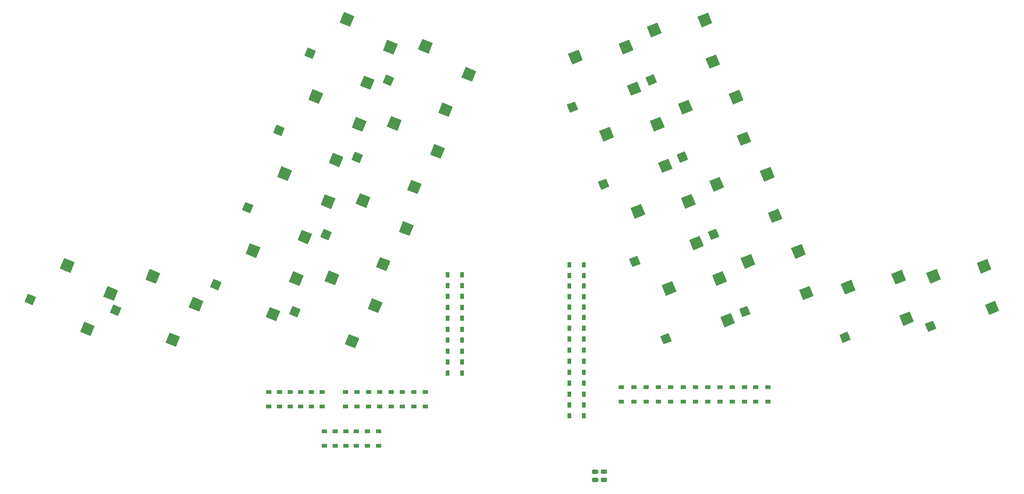
<source format=gbr>
G04 #@! TF.GenerationSoftware,KiCad,Pcbnew,(5.1.4)-1*
G04 #@! TF.CreationDate,2023-11-05T18:19:57-05:00*
G04 #@! TF.ProjectId,ThumbsUp,5468756d-6273-4557-902e-6b696361645f,rev?*
G04 #@! TF.SameCoordinates,Original*
G04 #@! TF.FileFunction,Paste,Bot*
G04 #@! TF.FilePolarity,Positive*
%FSLAX46Y46*%
G04 Gerber Fmt 4.6, Leading zero omitted, Abs format (unit mm)*
G04 Created by KiCad (PCBNEW (5.1.4)-1) date 2023-11-05 18:19:57*
%MOMM*%
%LPD*%
G04 APERTURE LIST*
%ADD10R,1.200000X0.900000*%
%ADD11R,0.900000X1.200000*%
%ADD12C,0.100000*%
%ADD13C,0.975000*%
%ADD14C,2.000000*%
%ADD15C,2.500000*%
%ADD16C,2.600000*%
G04 APERTURE END LIST*
D10*
X87307275Y-118920000D03*
X87307275Y-122220000D03*
D11*
X128106500Y-114567400D03*
X131406500Y-114567400D03*
D10*
X97089091Y-118920000D03*
X97089091Y-122220000D03*
D11*
X128106500Y-92127400D03*
X131406500Y-92127400D03*
X128106500Y-112077400D03*
X131406500Y-112077400D03*
D10*
X89752729Y-118920000D03*
X89752729Y-122220000D03*
X92198183Y-118920000D03*
X92198183Y-122220000D03*
X112680000Y-118920000D03*
X112680000Y-122220000D03*
X100007270Y-131170000D03*
X100007270Y-127870000D03*
X102452733Y-131170000D03*
X102452733Y-127870000D03*
X110080000Y-118920000D03*
X110080000Y-122220000D03*
X104880000Y-118920000D03*
X104880000Y-122220000D03*
X107480000Y-118920000D03*
X107480000Y-122220000D03*
X107343641Y-131170000D03*
X107343641Y-127870000D03*
X94643637Y-118920000D03*
X94643637Y-122220000D03*
X104898187Y-131170000D03*
X104898187Y-127870000D03*
X115230000Y-118920000D03*
X115230000Y-122220000D03*
X123030000Y-118920000D03*
X123030000Y-122220000D03*
X117830000Y-118920000D03*
X117830000Y-122220000D03*
X120430000Y-118920000D03*
X120430000Y-122220000D03*
D11*
X159230000Y-104370000D03*
X155930000Y-104370000D03*
X128106500Y-97076288D03*
X131406500Y-97076288D03*
X128106500Y-104572952D03*
X131406500Y-104572952D03*
D10*
X193072300Y-117770000D03*
X193072300Y-121070000D03*
X112380000Y-131170000D03*
X112380000Y-127870000D03*
X167780000Y-117770000D03*
X167780000Y-121070000D03*
D11*
X159230000Y-97120000D03*
X155930000Y-97120000D03*
X128106500Y-94627400D03*
X131406500Y-94627400D03*
X128106500Y-109577400D03*
X131406500Y-109577400D03*
D10*
X109880000Y-131170000D03*
X109880000Y-127870000D03*
D11*
X159230000Y-99520000D03*
X155930000Y-99520000D03*
X159230000Y-101920000D03*
X155930000Y-101920000D03*
X128106500Y-99575176D03*
X131406500Y-99575176D03*
D12*
G36*
X164260142Y-136583674D02*
G01*
X164283803Y-136587184D01*
X164307007Y-136592996D01*
X164329529Y-136601054D01*
X164351153Y-136611282D01*
X164371670Y-136623579D01*
X164390883Y-136637829D01*
X164408607Y-136653893D01*
X164424671Y-136671617D01*
X164438921Y-136690830D01*
X164451218Y-136711347D01*
X164461446Y-136732971D01*
X164469504Y-136755493D01*
X164475316Y-136778697D01*
X164478826Y-136802358D01*
X164480000Y-136826250D01*
X164480000Y-137313750D01*
X164478826Y-137337642D01*
X164475316Y-137361303D01*
X164469504Y-137384507D01*
X164461446Y-137407029D01*
X164451218Y-137428653D01*
X164438921Y-137449170D01*
X164424671Y-137468383D01*
X164408607Y-137486107D01*
X164390883Y-137502171D01*
X164371670Y-137516421D01*
X164351153Y-137528718D01*
X164329529Y-137538946D01*
X164307007Y-137547004D01*
X164283803Y-137552816D01*
X164260142Y-137556326D01*
X164236250Y-137557500D01*
X163323750Y-137557500D01*
X163299858Y-137556326D01*
X163276197Y-137552816D01*
X163252993Y-137547004D01*
X163230471Y-137538946D01*
X163208847Y-137528718D01*
X163188330Y-137516421D01*
X163169117Y-137502171D01*
X163151393Y-137486107D01*
X163135329Y-137468383D01*
X163121079Y-137449170D01*
X163108782Y-137428653D01*
X163098554Y-137407029D01*
X163090496Y-137384507D01*
X163084684Y-137361303D01*
X163081174Y-137337642D01*
X163080000Y-137313750D01*
X163080000Y-136826250D01*
X163081174Y-136802358D01*
X163084684Y-136778697D01*
X163090496Y-136755493D01*
X163098554Y-136732971D01*
X163108782Y-136711347D01*
X163121079Y-136690830D01*
X163135329Y-136671617D01*
X163151393Y-136653893D01*
X163169117Y-136637829D01*
X163188330Y-136623579D01*
X163208847Y-136611282D01*
X163230471Y-136601054D01*
X163252993Y-136592996D01*
X163276197Y-136587184D01*
X163299858Y-136583674D01*
X163323750Y-136582500D01*
X164236250Y-136582500D01*
X164260142Y-136583674D01*
X164260142Y-136583674D01*
G37*
D13*
X163780000Y-137070000D03*
D12*
G36*
X164260142Y-138458674D02*
G01*
X164283803Y-138462184D01*
X164307007Y-138467996D01*
X164329529Y-138476054D01*
X164351153Y-138486282D01*
X164371670Y-138498579D01*
X164390883Y-138512829D01*
X164408607Y-138528893D01*
X164424671Y-138546617D01*
X164438921Y-138565830D01*
X164451218Y-138586347D01*
X164461446Y-138607971D01*
X164469504Y-138630493D01*
X164475316Y-138653697D01*
X164478826Y-138677358D01*
X164480000Y-138701250D01*
X164480000Y-139188750D01*
X164478826Y-139212642D01*
X164475316Y-139236303D01*
X164469504Y-139259507D01*
X164461446Y-139282029D01*
X164451218Y-139303653D01*
X164438921Y-139324170D01*
X164424671Y-139343383D01*
X164408607Y-139361107D01*
X164390883Y-139377171D01*
X164371670Y-139391421D01*
X164351153Y-139403718D01*
X164329529Y-139413946D01*
X164307007Y-139422004D01*
X164283803Y-139427816D01*
X164260142Y-139431326D01*
X164236250Y-139432500D01*
X163323750Y-139432500D01*
X163299858Y-139431326D01*
X163276197Y-139427816D01*
X163252993Y-139422004D01*
X163230471Y-139413946D01*
X163208847Y-139403718D01*
X163188330Y-139391421D01*
X163169117Y-139377171D01*
X163151393Y-139361107D01*
X163135329Y-139343383D01*
X163121079Y-139324170D01*
X163108782Y-139303653D01*
X163098554Y-139282029D01*
X163090496Y-139259507D01*
X163084684Y-139236303D01*
X163081174Y-139212642D01*
X163080000Y-139188750D01*
X163080000Y-138701250D01*
X163081174Y-138677358D01*
X163084684Y-138653697D01*
X163090496Y-138630493D01*
X163098554Y-138607971D01*
X163108782Y-138586347D01*
X163121079Y-138565830D01*
X163135329Y-138546617D01*
X163151393Y-138528893D01*
X163169117Y-138512829D01*
X163188330Y-138498579D01*
X163208847Y-138486282D01*
X163230471Y-138476054D01*
X163252993Y-138467996D01*
X163276197Y-138462184D01*
X163299858Y-138458674D01*
X163323750Y-138457500D01*
X164236250Y-138457500D01*
X164260142Y-138458674D01*
X164260142Y-138458674D01*
G37*
D13*
X163780000Y-138945000D03*
D12*
G36*
X162260142Y-138471174D02*
G01*
X162283803Y-138474684D01*
X162307007Y-138480496D01*
X162329529Y-138488554D01*
X162351153Y-138498782D01*
X162371670Y-138511079D01*
X162390883Y-138525329D01*
X162408607Y-138541393D01*
X162424671Y-138559117D01*
X162438921Y-138578330D01*
X162451218Y-138598847D01*
X162461446Y-138620471D01*
X162469504Y-138642993D01*
X162475316Y-138666197D01*
X162478826Y-138689858D01*
X162480000Y-138713750D01*
X162480000Y-139201250D01*
X162478826Y-139225142D01*
X162475316Y-139248803D01*
X162469504Y-139272007D01*
X162461446Y-139294529D01*
X162451218Y-139316153D01*
X162438921Y-139336670D01*
X162424671Y-139355883D01*
X162408607Y-139373607D01*
X162390883Y-139389671D01*
X162371670Y-139403921D01*
X162351153Y-139416218D01*
X162329529Y-139426446D01*
X162307007Y-139434504D01*
X162283803Y-139440316D01*
X162260142Y-139443826D01*
X162236250Y-139445000D01*
X161323750Y-139445000D01*
X161299858Y-139443826D01*
X161276197Y-139440316D01*
X161252993Y-139434504D01*
X161230471Y-139426446D01*
X161208847Y-139416218D01*
X161188330Y-139403921D01*
X161169117Y-139389671D01*
X161151393Y-139373607D01*
X161135329Y-139355883D01*
X161121079Y-139336670D01*
X161108782Y-139316153D01*
X161098554Y-139294529D01*
X161090496Y-139272007D01*
X161084684Y-139248803D01*
X161081174Y-139225142D01*
X161080000Y-139201250D01*
X161080000Y-138713750D01*
X161081174Y-138689858D01*
X161084684Y-138666197D01*
X161090496Y-138642993D01*
X161098554Y-138620471D01*
X161108782Y-138598847D01*
X161121079Y-138578330D01*
X161135329Y-138559117D01*
X161151393Y-138541393D01*
X161169117Y-138525329D01*
X161188330Y-138511079D01*
X161208847Y-138498782D01*
X161230471Y-138488554D01*
X161252993Y-138480496D01*
X161276197Y-138474684D01*
X161299858Y-138471174D01*
X161323750Y-138470000D01*
X162236250Y-138470000D01*
X162260142Y-138471174D01*
X162260142Y-138471174D01*
G37*
D13*
X161780000Y-138957500D03*
D12*
G36*
X162260142Y-136596174D02*
G01*
X162283803Y-136599684D01*
X162307007Y-136605496D01*
X162329529Y-136613554D01*
X162351153Y-136623782D01*
X162371670Y-136636079D01*
X162390883Y-136650329D01*
X162408607Y-136666393D01*
X162424671Y-136684117D01*
X162438921Y-136703330D01*
X162451218Y-136723847D01*
X162461446Y-136745471D01*
X162469504Y-136767993D01*
X162475316Y-136791197D01*
X162478826Y-136814858D01*
X162480000Y-136838750D01*
X162480000Y-137326250D01*
X162478826Y-137350142D01*
X162475316Y-137373803D01*
X162469504Y-137397007D01*
X162461446Y-137419529D01*
X162451218Y-137441153D01*
X162438921Y-137461670D01*
X162424671Y-137480883D01*
X162408607Y-137498607D01*
X162390883Y-137514671D01*
X162371670Y-137528921D01*
X162351153Y-137541218D01*
X162329529Y-137551446D01*
X162307007Y-137559504D01*
X162283803Y-137565316D01*
X162260142Y-137568826D01*
X162236250Y-137570000D01*
X161323750Y-137570000D01*
X161299858Y-137568826D01*
X161276197Y-137565316D01*
X161252993Y-137559504D01*
X161230471Y-137551446D01*
X161208847Y-137541218D01*
X161188330Y-137528921D01*
X161169117Y-137514671D01*
X161151393Y-137498607D01*
X161135329Y-137480883D01*
X161121079Y-137461670D01*
X161108782Y-137441153D01*
X161098554Y-137419529D01*
X161090496Y-137397007D01*
X161084684Y-137373803D01*
X161081174Y-137350142D01*
X161080000Y-137326250D01*
X161080000Y-136838750D01*
X161081174Y-136814858D01*
X161084684Y-136791197D01*
X161090496Y-136767993D01*
X161098554Y-136745471D01*
X161108782Y-136723847D01*
X161121079Y-136703330D01*
X161135329Y-136684117D01*
X161151393Y-136666393D01*
X161169117Y-136650329D01*
X161188330Y-136636079D01*
X161208847Y-136623782D01*
X161230471Y-136613554D01*
X161252993Y-136605496D01*
X161276197Y-136599684D01*
X161299858Y-136596174D01*
X161323750Y-136595000D01*
X162236250Y-136595000D01*
X162260142Y-136596174D01*
X162260142Y-136596174D01*
G37*
D13*
X161780000Y-137082500D03*
D11*
X159230000Y-94720000D03*
X155930000Y-94720000D03*
X159230000Y-89820000D03*
X155930000Y-89820000D03*
X128106500Y-102074064D03*
X131406500Y-102074064D03*
D10*
X195891530Y-117770000D03*
X195891530Y-121070000D03*
X181876150Y-117770000D03*
X181876150Y-121070000D03*
X179056920Y-117770000D03*
X179056920Y-121070000D03*
X184695380Y-117770000D03*
X184695380Y-121070000D03*
X187514610Y-117770000D03*
X187514610Y-121070000D03*
D11*
X159230000Y-106820000D03*
X155930000Y-106820000D03*
X159230000Y-109370000D03*
X155930000Y-109370000D03*
X159230000Y-121832500D03*
X155930000Y-121832500D03*
X159230000Y-119370000D03*
X155930000Y-119370000D03*
D10*
X176237690Y-117770000D03*
X176237690Y-121070000D03*
X170599230Y-117770000D03*
X170599230Y-121070000D03*
X198410760Y-117770000D03*
X198410760Y-121070000D03*
D11*
X159230000Y-111870000D03*
X155930000Y-111870000D03*
D10*
X190253070Y-117770000D03*
X190253070Y-121070000D03*
D11*
X159230000Y-124320000D03*
X155930000Y-124320000D03*
X159230000Y-116870000D03*
X155930000Y-116870000D03*
X159230000Y-92270000D03*
X155930000Y-92270000D03*
D10*
X99534545Y-118920000D03*
X99534545Y-122220000D03*
X173418460Y-117770000D03*
X173418460Y-121070000D03*
D11*
X128106500Y-107077400D03*
X131406500Y-107077400D03*
X159230000Y-114370000D03*
X155930000Y-114370000D03*
D10*
X201230000Y-117770000D03*
X201230000Y-121070000D03*
D14*
X82510058Y-76810384D03*
D12*
G36*
X81208268Y-77362961D02*
G01*
X81957481Y-75508594D01*
X83811848Y-76257807D01*
X83062635Y-78112174D01*
X81208268Y-77362961D01*
X81208268Y-77362961D01*
G37*
D15*
X95541224Y-83531338D03*
D12*
G36*
X93890806Y-84212694D02*
G01*
X94827323Y-81894735D01*
X97191642Y-82849982D01*
X96255125Y-85167941D01*
X93890806Y-84212694D01*
X93890806Y-84212694D01*
G37*
D16*
X100838456Y-75425479D03*
D12*
G36*
X99146128Y-76143829D02*
G01*
X100120106Y-73733151D01*
X102530784Y-74707129D01*
X101556806Y-77117807D01*
X99146128Y-76143829D01*
X99146128Y-76143829D01*
G37*
D16*
X90953617Y-69058968D03*
D12*
G36*
X89261289Y-69777318D02*
G01*
X90235267Y-67366640D01*
X92645945Y-68340618D01*
X91671967Y-70751296D01*
X89261289Y-69777318D01*
X89261289Y-69777318D01*
G37*
D14*
X96745108Y-41577397D03*
D12*
G36*
X95443318Y-42129974D02*
G01*
X96192531Y-40275607D01*
X98046898Y-41024820D01*
X97297685Y-42879187D01*
X95443318Y-42129974D01*
X95443318Y-42129974D01*
G37*
D15*
X109776274Y-48298351D03*
D12*
G36*
X108125856Y-48979707D02*
G01*
X109062373Y-46661748D01*
X111426692Y-47616995D01*
X110490175Y-49934954D01*
X108125856Y-48979707D01*
X108125856Y-48979707D01*
G37*
D16*
X115073506Y-40192492D03*
D12*
G36*
X113381178Y-40910842D02*
G01*
X114355156Y-38500164D01*
X116765834Y-39474142D01*
X115791856Y-41884820D01*
X113381178Y-40910842D01*
X113381178Y-40910842D01*
G37*
D16*
X105188667Y-33825981D03*
D12*
G36*
X103496339Y-34544331D02*
G01*
X104470317Y-32133653D01*
X106880995Y-33107631D01*
X105907017Y-35518309D01*
X103496339Y-34544331D01*
X103496339Y-34544331D01*
G37*
D14*
X75290541Y-94385670D03*
D12*
G36*
X73988751Y-94938247D02*
G01*
X74737964Y-93083880D01*
X76592331Y-93833093D01*
X75843118Y-95687460D01*
X73988751Y-94938247D01*
X73988751Y-94938247D01*
G37*
D15*
X88321707Y-101106624D03*
D12*
G36*
X86671289Y-101787980D02*
G01*
X87607806Y-99470021D01*
X89972125Y-100425268D01*
X89035608Y-102743227D01*
X86671289Y-101787980D01*
X86671289Y-101787980D01*
G37*
D16*
X93618939Y-93000765D03*
D12*
G36*
X91926611Y-93719115D02*
G01*
X92900589Y-91308437D01*
X95311267Y-92282415D01*
X94337289Y-94693093D01*
X91926611Y-93719115D01*
X91926611Y-93719115D01*
G37*
D16*
X83734100Y-86634254D03*
D12*
G36*
X82041772Y-87352604D02*
G01*
X83015750Y-84941926D01*
X85426428Y-85915904D01*
X84452450Y-88326582D01*
X82041772Y-87352604D01*
X82041772Y-87352604D01*
G37*
D14*
X177955570Y-106713523D03*
D12*
G36*
X177402993Y-108015313D02*
G01*
X176653780Y-106160946D01*
X178508147Y-105411733D01*
X179257360Y-107266100D01*
X177402993Y-108015313D01*
X177402993Y-108015313D01*
G37*
D15*
X191998174Y-102495965D03*
D12*
G36*
X191284273Y-104132568D02*
G01*
X190347756Y-101814609D01*
X192712075Y-100859362D01*
X193648592Y-103177321D01*
X191284273Y-104132568D01*
X191284273Y-104132568D01*
G37*
D16*
X190177881Y-92985331D03*
D12*
G36*
X189459531Y-94677659D02*
G01*
X188485553Y-92266981D01*
X190896231Y-91293003D01*
X191870209Y-93703681D01*
X189459531Y-94677659D01*
X189459531Y-94677659D01*
G37*
D16*
X178644773Y-95272233D03*
D12*
G36*
X177926423Y-96964561D02*
G01*
X176952445Y-94553883D01*
X179363123Y-93579905D01*
X180337101Y-95990583D01*
X177926423Y-96964561D01*
X177926423Y-96964561D01*
G37*
D14*
X89627583Y-59193890D03*
D12*
G36*
X88325793Y-59746467D02*
G01*
X89075006Y-57892100D01*
X90929373Y-58641313D01*
X90180160Y-60495680D01*
X88325793Y-59746467D01*
X88325793Y-59746467D01*
G37*
D15*
X102658749Y-65914844D03*
D12*
G36*
X101008331Y-66596200D02*
G01*
X101944848Y-64278241D01*
X104309167Y-65233488D01*
X103372650Y-67551447D01*
X101008331Y-66596200D01*
X101008331Y-66596200D01*
G37*
D16*
X107955981Y-57808985D03*
D12*
G36*
X106263653Y-58527335D02*
G01*
X107237631Y-56116657D01*
X109648309Y-57090635D01*
X108674331Y-59501313D01*
X106263653Y-58527335D01*
X106263653Y-58527335D01*
G37*
D16*
X98071142Y-51442474D03*
D12*
G36*
X96378814Y-52160824D02*
G01*
X97352792Y-49750146D01*
X99763470Y-50724124D01*
X98789492Y-53134802D01*
X96378814Y-52160824D01*
X96378814Y-52160824D01*
G37*
D14*
X32940029Y-97767112D03*
D12*
G36*
X31638239Y-98319689D02*
G01*
X32387452Y-96465322D01*
X34241819Y-97214535D01*
X33492606Y-99068902D01*
X31638239Y-98319689D01*
X31638239Y-98319689D01*
G37*
D15*
X45971195Y-104488066D03*
D12*
G36*
X44320777Y-105169422D02*
G01*
X45257294Y-102851463D01*
X47621613Y-103806710D01*
X46685096Y-106124669D01*
X44320777Y-105169422D01*
X44320777Y-105169422D01*
G37*
D16*
X51268427Y-96382207D03*
D12*
G36*
X49576099Y-97100557D02*
G01*
X50550077Y-94689879D01*
X52960755Y-95663857D01*
X51986777Y-98074535D01*
X49576099Y-97100557D01*
X49576099Y-97100557D01*
G37*
D16*
X41383588Y-90015696D03*
D12*
G36*
X39691260Y-90734046D02*
G01*
X40665238Y-88323368D01*
X43075916Y-89297346D01*
X42101938Y-91708024D01*
X39691260Y-90734046D01*
X39691260Y-90734046D01*
G37*
D14*
X174594094Y-47673702D03*
D12*
G36*
X174041517Y-48975492D02*
G01*
X173292304Y-47121125D01*
X175146671Y-46371912D01*
X175895884Y-48226279D01*
X174041517Y-48975492D01*
X174041517Y-48975492D01*
G37*
D15*
X188636698Y-43456144D03*
D12*
G36*
X187922797Y-45092747D02*
G01*
X186986280Y-42774788D01*
X189350599Y-41819541D01*
X190287116Y-44137500D01*
X187922797Y-45092747D01*
X187922797Y-45092747D01*
G37*
D16*
X186816405Y-33945510D03*
D12*
G36*
X186098055Y-35637838D02*
G01*
X185124077Y-33227160D01*
X187534755Y-32253182D01*
X188508733Y-34663860D01*
X186098055Y-35637838D01*
X186098055Y-35637838D01*
G37*
D16*
X175283297Y-36232412D03*
D12*
G36*
X174564947Y-37924740D02*
G01*
X173590969Y-35514062D01*
X176001647Y-34540084D01*
X176975625Y-36950762D01*
X174564947Y-37924740D01*
X174564947Y-37924740D01*
G37*
D14*
X218807655Y-106386230D03*
D12*
G36*
X218255078Y-107688020D02*
G01*
X217505865Y-105833653D01*
X219360232Y-105084440D01*
X220109445Y-106938807D01*
X218255078Y-107688020D01*
X218255078Y-107688020D01*
G37*
D15*
X232850259Y-102168672D03*
D12*
G36*
X232136358Y-103805275D02*
G01*
X231199841Y-101487316D01*
X233564160Y-100532069D01*
X234500677Y-102850028D01*
X232136358Y-103805275D01*
X232136358Y-103805275D01*
G37*
D16*
X231029966Y-92658038D03*
D12*
G36*
X230311616Y-94350366D02*
G01*
X229337638Y-91939688D01*
X231748316Y-90965710D01*
X232722294Y-93376388D01*
X230311616Y-94350366D01*
X230311616Y-94350366D01*
G37*
D16*
X219496858Y-94944940D03*
D12*
G36*
X218778508Y-96637268D02*
G01*
X217804530Y-94226590D01*
X220215208Y-93252612D01*
X221189186Y-95663290D01*
X218778508Y-96637268D01*
X218778508Y-96637268D01*
G37*
D14*
X114634217Y-47726531D03*
D12*
G36*
X113332427Y-48279108D02*
G01*
X114081640Y-46424741D01*
X115936007Y-47173954D01*
X115186794Y-49028321D01*
X113332427Y-48279108D01*
X113332427Y-48279108D01*
G37*
D15*
X127665383Y-54447485D03*
D12*
G36*
X126014965Y-55128841D02*
G01*
X126951482Y-52810882D01*
X129315801Y-53766129D01*
X128379284Y-56084088D01*
X126014965Y-55128841D01*
X126014965Y-55128841D01*
G37*
D16*
X132962615Y-46341626D03*
D12*
G36*
X131270287Y-47059976D02*
G01*
X132244265Y-44649298D01*
X134654943Y-45623276D01*
X133680965Y-48033954D01*
X131270287Y-47059976D01*
X131270287Y-47059976D01*
G37*
D16*
X123077776Y-39975115D03*
D12*
G36*
X121385448Y-40693465D02*
G01*
X122359426Y-38282787D01*
X124770104Y-39256765D01*
X123796126Y-41667443D01*
X121385448Y-40693465D01*
X121385448Y-40693465D01*
G37*
D14*
X156602994Y-53864043D03*
D12*
G36*
X156050417Y-55165833D02*
G01*
X155301204Y-53311466D01*
X157155571Y-52562253D01*
X157904784Y-54416620D01*
X156050417Y-55165833D01*
X156050417Y-55165833D01*
G37*
D15*
X170645598Y-49646485D03*
D12*
G36*
X169931697Y-51283088D02*
G01*
X168995180Y-48965129D01*
X171359499Y-48009882D01*
X172296016Y-50327841D01*
X169931697Y-51283088D01*
X169931697Y-51283088D01*
G37*
D16*
X168825305Y-40135851D03*
D12*
G36*
X168106955Y-41828179D02*
G01*
X167132977Y-39417501D01*
X169543655Y-38443523D01*
X170517633Y-40854201D01*
X168106955Y-41828179D01*
X168106955Y-41828179D01*
G37*
D16*
X157292197Y-42422753D03*
D12*
G36*
X156573847Y-44115081D02*
G01*
X155599869Y-41704403D01*
X158010547Y-40730425D01*
X158984525Y-43141103D01*
X156573847Y-44115081D01*
X156573847Y-44115081D01*
G37*
D14*
X181711619Y-65290195D03*
D12*
G36*
X181159042Y-66591985D02*
G01*
X180409829Y-64737618D01*
X182264196Y-63988405D01*
X183013409Y-65842772D01*
X181159042Y-66591985D01*
X181159042Y-66591985D01*
G37*
D15*
X195754223Y-61072637D03*
D12*
G36*
X195040322Y-62709240D02*
G01*
X194103805Y-60391281D01*
X196468124Y-59436034D01*
X197404641Y-61753993D01*
X195040322Y-62709240D01*
X195040322Y-62709240D01*
G37*
D16*
X193933930Y-51562003D03*
D12*
G36*
X193215580Y-53254331D02*
G01*
X192241602Y-50843653D01*
X194652280Y-49869675D01*
X195626258Y-52280353D01*
X193215580Y-53254331D01*
X193215580Y-53254331D01*
G37*
D16*
X182400822Y-53848905D03*
D12*
G36*
X181682472Y-55541233D02*
G01*
X180708494Y-53130555D01*
X183119172Y-52156577D01*
X184093150Y-54567255D01*
X181682472Y-55541233D01*
X181682472Y-55541233D01*
G37*
D14*
X170838044Y-89097029D03*
D12*
G36*
X170285467Y-90398819D02*
G01*
X169536254Y-88544452D01*
X171390621Y-87795239D01*
X172139834Y-89649606D01*
X170285467Y-90398819D01*
X170285467Y-90398819D01*
G37*
D15*
X184880648Y-84879471D03*
D12*
G36*
X184166747Y-86516074D02*
G01*
X183230230Y-84198115D01*
X185594549Y-83242868D01*
X186531066Y-85560827D01*
X184166747Y-86516074D01*
X184166747Y-86516074D01*
G37*
D16*
X183060355Y-75368837D03*
D12*
G36*
X182342005Y-77061165D02*
G01*
X181368027Y-74650487D01*
X183778705Y-73676509D01*
X184752683Y-76087187D01*
X182342005Y-77061165D01*
X182342005Y-77061165D01*
G37*
D16*
X171527247Y-77655739D03*
D12*
G36*
X170808897Y-79348067D02*
G01*
X169834919Y-76937389D01*
X172245597Y-75963411D01*
X173219575Y-78374089D01*
X170808897Y-79348067D01*
X170808897Y-79348067D01*
G37*
D14*
X52429556Y-100248718D03*
D12*
G36*
X51127766Y-100801295D02*
G01*
X51876979Y-98946928D01*
X53731346Y-99696141D01*
X52982133Y-101550508D01*
X51127766Y-100801295D01*
X51127766Y-100801295D01*
G37*
D15*
X65460722Y-106969672D03*
D12*
G36*
X63810304Y-107651028D02*
G01*
X64746821Y-105333069D01*
X67111140Y-106288316D01*
X66174623Y-108606275D01*
X63810304Y-107651028D01*
X63810304Y-107651028D01*
G37*
D16*
X70757954Y-98863813D03*
D12*
G36*
X69065626Y-99582163D02*
G01*
X70039604Y-97171485D01*
X72450282Y-98145463D01*
X71476304Y-100556141D01*
X69065626Y-99582163D01*
X69065626Y-99582163D01*
G37*
D16*
X60873115Y-92497302D03*
D12*
G36*
X59180787Y-93215652D02*
G01*
X60154765Y-90804974D01*
X62565443Y-91778952D01*
X61591465Y-94189630D01*
X59180787Y-93215652D01*
X59180787Y-93215652D01*
G37*
D14*
X163720519Y-71480536D03*
D12*
G36*
X163167942Y-72782326D02*
G01*
X162418729Y-70927959D01*
X164273096Y-70178746D01*
X165022309Y-72033113D01*
X163167942Y-72782326D01*
X163167942Y-72782326D01*
G37*
D15*
X177763123Y-67262978D03*
D12*
G36*
X177049222Y-68899581D02*
G01*
X176112705Y-66581622D01*
X178477024Y-65626375D01*
X179413541Y-67944334D01*
X177049222Y-68899581D01*
X177049222Y-68899581D01*
G37*
D16*
X175942830Y-57752344D03*
D12*
G36*
X175224480Y-59444672D02*
G01*
X174250502Y-57033994D01*
X176661180Y-56060016D01*
X177635158Y-58470694D01*
X175224480Y-59444672D01*
X175224480Y-59444672D01*
G37*
D16*
X164409722Y-60039246D03*
D12*
G36*
X163691372Y-61731574D02*
G01*
X162717394Y-59320896D01*
X165128072Y-58346918D01*
X166102050Y-60757596D01*
X163691372Y-61731574D01*
X163691372Y-61731574D01*
G37*
D14*
X93281641Y-100576011D03*
D12*
G36*
X91979851Y-101128588D02*
G01*
X92729064Y-99274221D01*
X94583431Y-100023434D01*
X93834218Y-101877801D01*
X91979851Y-101128588D01*
X91979851Y-101128588D01*
G37*
D15*
X106312807Y-107296965D03*
D12*
G36*
X104662389Y-107978321D02*
G01*
X105598906Y-105660362D01*
X107963225Y-106615609D01*
X107026708Y-108933568D01*
X104662389Y-107978321D01*
X104662389Y-107978321D01*
G37*
D16*
X111610039Y-99191106D03*
D12*
G36*
X109917711Y-99909456D02*
G01*
X110891689Y-97498778D01*
X113302367Y-98472756D01*
X112328389Y-100883434D01*
X109917711Y-99909456D01*
X109917711Y-99909456D01*
G37*
D16*
X101725200Y-92824595D03*
D12*
G36*
X100032872Y-93542945D02*
G01*
X101006850Y-91132267D01*
X103417528Y-92106245D01*
X102443550Y-94516923D01*
X100032872Y-93542945D01*
X100032872Y-93542945D01*
G37*
D14*
X100399166Y-82959518D03*
D12*
G36*
X99097376Y-83512095D02*
G01*
X99846589Y-81657728D01*
X101700956Y-82406941D01*
X100951743Y-84261308D01*
X99097376Y-83512095D01*
X99097376Y-83512095D01*
G37*
D15*
X113430332Y-89680472D03*
D12*
G36*
X111779914Y-90361828D02*
G01*
X112716431Y-88043869D01*
X115080750Y-88999116D01*
X114144233Y-91317075D01*
X111779914Y-90361828D01*
X111779914Y-90361828D01*
G37*
D16*
X118727564Y-81574613D03*
D12*
G36*
X117035236Y-82292963D02*
G01*
X118009214Y-79882285D01*
X120419892Y-80856263D01*
X119445914Y-83266941D01*
X117035236Y-82292963D01*
X117035236Y-82292963D01*
G37*
D16*
X108842725Y-75208102D03*
D12*
G36*
X107150397Y-75926452D02*
G01*
X108124375Y-73515774D01*
X110535053Y-74489752D01*
X109561075Y-76900430D01*
X107150397Y-75926452D01*
X107150397Y-75926452D01*
G37*
D14*
X107516691Y-65343025D03*
D12*
G36*
X106214901Y-65895602D02*
G01*
X106964114Y-64041235D01*
X108818481Y-64790448D01*
X108069268Y-66644815D01*
X106214901Y-65895602D01*
X106214901Y-65895602D01*
G37*
D15*
X120547857Y-72063979D03*
D12*
G36*
X118897439Y-72745335D02*
G01*
X119833956Y-70427376D01*
X122198275Y-71382623D01*
X121261758Y-73700582D01*
X118897439Y-72745335D01*
X118897439Y-72745335D01*
G37*
D16*
X125845089Y-63958120D03*
D12*
G36*
X124152761Y-64676470D02*
G01*
X125126739Y-62265792D01*
X127537417Y-63239770D01*
X126563439Y-65650448D01*
X124152761Y-64676470D01*
X124152761Y-64676470D01*
G37*
D16*
X115960250Y-57591609D03*
D12*
G36*
X114267922Y-58309959D02*
G01*
X115241900Y-55899281D01*
X117652578Y-56873259D01*
X116678600Y-59283937D01*
X114267922Y-58309959D01*
X114267922Y-58309959D01*
G37*
D14*
X195946670Y-100523181D03*
D12*
G36*
X195394093Y-101824971D02*
G01*
X194644880Y-99970604D01*
X196499247Y-99221391D01*
X197248460Y-101075758D01*
X195394093Y-101824971D01*
X195394093Y-101824971D01*
G37*
D15*
X209989274Y-96305623D03*
D12*
G36*
X209275373Y-97942226D02*
G01*
X208338856Y-95624267D01*
X210703175Y-94669020D01*
X211639692Y-96986979D01*
X209275373Y-97942226D01*
X209275373Y-97942226D01*
G37*
D16*
X208168981Y-86794989D03*
D12*
G36*
X207450631Y-88487317D02*
G01*
X206476653Y-86076639D01*
X208887331Y-85102661D01*
X209861309Y-87513339D01*
X207450631Y-88487317D01*
X207450631Y-88487317D01*
G37*
D16*
X196635873Y-89081891D03*
D12*
G36*
X195917523Y-90774219D02*
G01*
X194943545Y-88363541D01*
X197354223Y-87389563D01*
X198328201Y-89800241D01*
X195917523Y-90774219D01*
X195917523Y-90774219D01*
G37*
D14*
X188829144Y-82906688D03*
D12*
G36*
X188276567Y-84208478D02*
G01*
X187527354Y-82354111D01*
X189381721Y-81604898D01*
X190130934Y-83459265D01*
X188276567Y-84208478D01*
X188276567Y-84208478D01*
G37*
D15*
X202871748Y-78689130D03*
D12*
G36*
X202157847Y-80325733D02*
G01*
X201221330Y-78007774D01*
X203585649Y-77052527D01*
X204522166Y-79370486D01*
X202157847Y-80325733D01*
X202157847Y-80325733D01*
G37*
D16*
X201051455Y-69178496D03*
D12*
G36*
X200333105Y-70870824D02*
G01*
X199359127Y-68460146D01*
X201769805Y-67486168D01*
X202743783Y-69896846D01*
X200333105Y-70870824D01*
X200333105Y-70870824D01*
G37*
D16*
X189518347Y-71465398D03*
D12*
G36*
X188799997Y-73157726D02*
G01*
X187826019Y-70747048D01*
X190236697Y-69773070D01*
X191210675Y-72183748D01*
X188799997Y-73157726D01*
X188799997Y-73157726D01*
G37*
D14*
X238297181Y-103904624D03*
D12*
G36*
X237744604Y-105206414D02*
G01*
X236995391Y-103352047D01*
X238849758Y-102602834D01*
X239598971Y-104457201D01*
X237744604Y-105206414D01*
X237744604Y-105206414D01*
G37*
D15*
X252339785Y-99687066D03*
D12*
G36*
X251625884Y-101323669D02*
G01*
X250689367Y-99005710D01*
X253053686Y-98050463D01*
X253990203Y-100368422D01*
X251625884Y-101323669D01*
X251625884Y-101323669D01*
G37*
D16*
X250519492Y-90176432D03*
D12*
G36*
X249801142Y-91868760D02*
G01*
X248827164Y-89458082D01*
X251237842Y-88484104D01*
X252211820Y-90894782D01*
X249801142Y-91868760D01*
X249801142Y-91868760D01*
G37*
D16*
X238986384Y-92463334D03*
D12*
G36*
X238268034Y-94155662D02*
G01*
X237294056Y-91744984D01*
X239704734Y-90771006D01*
X240678712Y-93181684D01*
X238268034Y-94155662D01*
X238268034Y-94155662D01*
G37*
M02*

</source>
